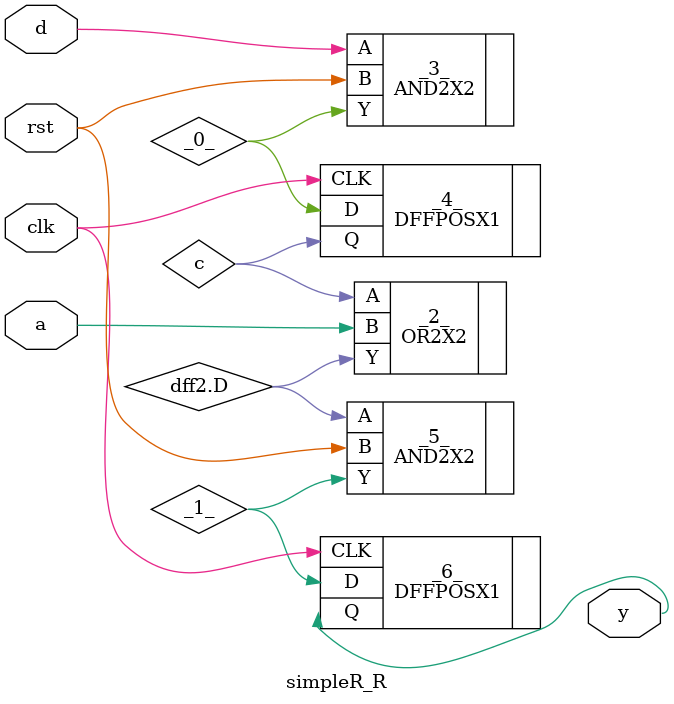
<source format=v>
/* Generated by Yosys 0.6 (git sha1 UNKNOWN, clang 3.4-1ubuntu3 -fPIC -Os) */

module simpleR_R(a, d, clk, rst, y);
  wire _0_;
  wire _1_;
  input a;
  wire c;
  input clk;
  input d;
  wire \dff2.D ;
  input rst;
  output y;
  OR2X2 _2_ (
    .A(c),
    .B(a),
    .Y(\dff2.D )
  );
  AND2X2 _3_ (
    .A(d),
    .B(rst),
    .Y(_0_)
  );
  DFFPOSX1 _4_ (
    .CLK(clk),
    .D(_0_),
    .Q(c)
  );
  AND2X2 _5_ (
    .A(\dff2.D ),
    .B(rst),
    .Y(_1_)
  );
  DFFPOSX1 _6_ (
    .CLK(clk),
    .D(_1_),
    .Q(y)
  );
endmodule

</source>
